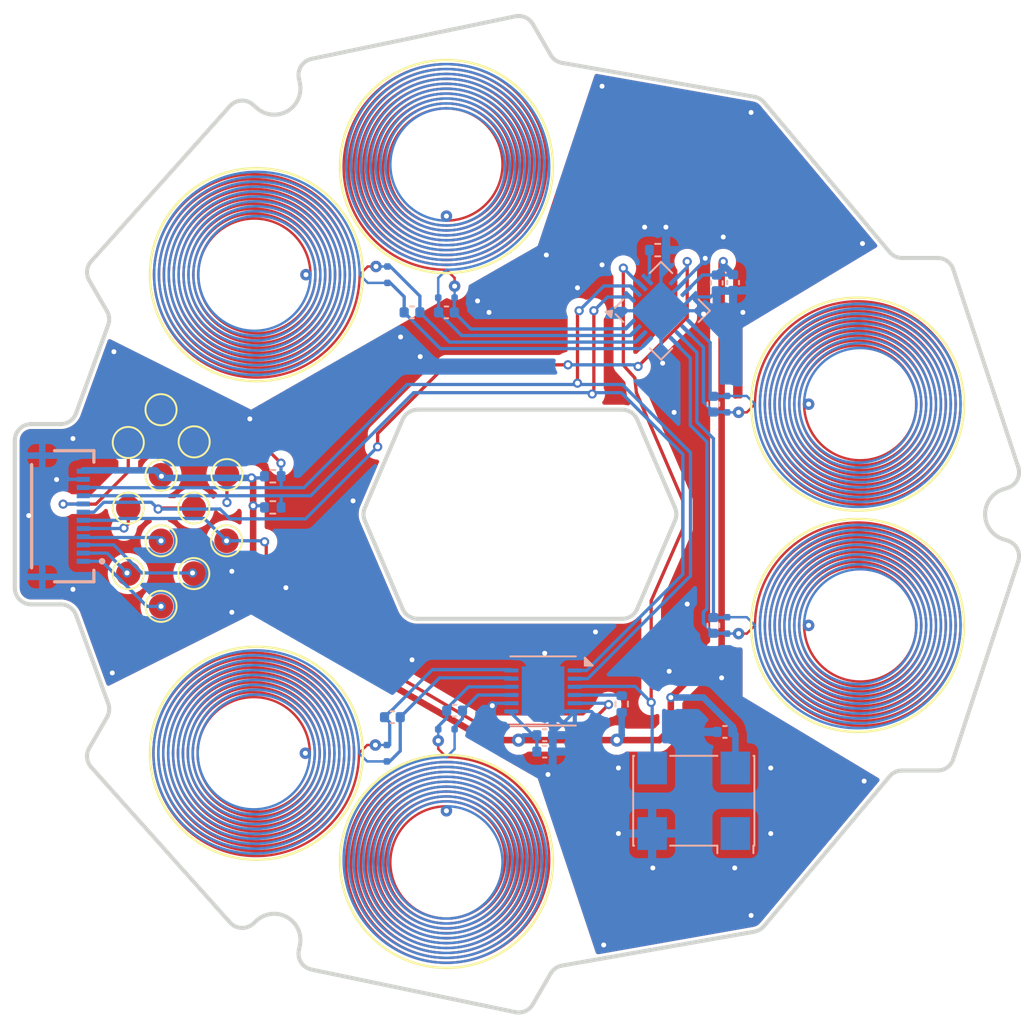
<source format=kicad_pcb>
(kicad_pcb (version 20241229) (generator "pcbnew") (generator_version "9.0")
  (layers (0 "F.Cu" signal) (2 "B.Cu" signal) (13 "F.Paste" user) (15 "B.Paste" user) (5 "F.SilkS" user "F.Silkscreen") (7 "B.SilkS" user "B.Silkscreen") (1 "F.Mask" user) (3 "B.Mask" user) (25 "Edge.Cuts" user))
  (net 0 "")
  (net 1 "GND")
  (net 2 "/GP_CE")
  (net 3 "/GPIO1")
  (net 4 "/GPIO2")
  (net 5 "/3V3")
  (net 6 "/MOSI")
  (net 7 "/MISO")
  (net 8 "/SCLK")
  (net 9 "/DR")
  (net 10 "/GPIO3")
  (net 11 "/L0B")
  (net 12 "/L0A")
  (net 13 "/L1A")
  (net 14 "/L1B")
  (net 15 "Net-(U1-ADDR)")
  (net 16 "Net-(U2-ADDR)")
  (net 17 "/SCL")
  (net 18 "/40MHZ_CLK")
  (net 19 "/SDA")
  (net 20 "/L2A")
  (net 21 "/L2B")
  (net 23 "/L3B")
  (net 24 "/L3A")
  (net 25 "/L4B")
  (net 26 "/L4A")
  (net 27 "/L5B")
  (net 28 "/L5A")
  (footprint "TestPoint:TestPoint_Pad_D1.5mm" (layer "F.Cu") (at 113.438388 88.836564 90)
    (property "Reference" "TP2" (hide yes))
    (property "Value" "GND")
  )
  (footprint "TestPoint:TestPoint_Pad_D1.5mm" (layer "F.Cu") (at 115.438388 78.836564 90)
    (property "Reference" "TP11" (hide yes))
    (property "Value" "GND")
  )
  (footprint "TestPoint:TestPoint_Pad_D1.5mm" (layer "F.Cu") (at 115.438388 90.836564 90)
    (property "Reference" "TP1" (hide yes))
    (property "Value" "GND")
  )
  (footprint "TestPoint:TestPoint_Pad_D1.5mm" (layer "F.Cu") (at 117.438388 88.836564 90)
    (property "Reference" "TP3" (hide yes))
    (property "Value" "GND")
  )
  (footprint "TestPoint:TestPoint_Pad_D1.5mm" (layer "F.Cu") (at 115.438388 82.836564 90)
    (property "Reference" "TP12" (hide yes))
    (property "Value" "GND")
  )
  (footprint "TestPoint:TestPoint_Pad_D1.5mm" (layer "F.Cu") (at 113.438388 80.836564 90)
    (property "Reference" "TP8" (hide yes))
    (property "Value" "GND")
  )
  (footprint "TestPoint:TestPoint_Pad_D1.5mm" (layer "F.Cu") (at 115.438388 86.836564 90)
    (property "Reference" "TP4" (hide yes))
    (property "Value" "GND")
  )
  (footprint "TestPoint:TestPoint_Pad_D1.5mm" (layer "F.Cu") (at 119.461512 82.797725 90)
    (property "Reference" "TP9" (hide yes))
    (property "Value" "GND")
  )
  (footprint "TestPoint:TestPoint_Pad_D1.5mm" (layer "F.Cu") (at 117.461512 80.797726 90)
    (property "Reference" "TP10" (hide yes))
    (property "Value" "GND")
  )
  (footprint "TestPoint:TestPoint_Pad_D1.5mm" (layer "F.Cu") (at 117.438388 84.836564 90)
    (property "Reference" "TP7" (hide yes))
    (property "Value" "GND")
  )
  (footprint "TestPoint:TestPoint_Pad_D1.5mm" (layer "F.Cu") (at 119.438388 86.836564 90)
    (property "Reference" "TP6" (hide yes))
    (property "Value" "GND")
  )
  (footprint "TestPoint:TestPoint_Pad_D1.5mm" (layer "F.Cu") (at 113.438388 84.836564 90)
    (property "Reference" "TP5" (hide yes))
    (property "Value" "GND")
  )
  (footprint "Capacitor_SMD:C_0402_1005Metric" (layer "B.Cu") (at 132.861512 72.897726)
    (property "Reference" "C4" (hide yes))
    (property "Value" "1n")
  )
  (footprint "Component_lib:WSON-12-1EP_4x4mm_P0.5mm_EP2.6x3mm" (layer "B.Cu") (at 138.761513 95.997725 180)
    (property "Reference" "U2" (hide yes))
    (property "Value" "LDC1612")
  )
  (footprint "Component_lib:COIL_PCB" (layer "B.Cu") (at 132.361512 106.535226 90)
    (property "Reference" "L5" (hide yes))
    (property "Value" "PCB_COIL")
  )
  (footprint "Component_lib:COIL_PCB" (layer "B.Cu") (at 121.024013 99.297726)
    (property "Reference" "L6" (hide yes))
    (property "Value" "PCB_COIL")
  )
  (footprint "Resistor_SMD:R_0402_1005Metric" (layer "B.Cu") (at 122.261513 84.797725 180)
    (property "Reference" "R3" (hide yes))
    (property "Value" "10k")
  )
  (footprint "Capacitor_SMD:C_0402_1005Metric" (layer "B.Cu") (at 129.561512 97.597726 180)
    (property "Reference" "C7" (hide yes))
    (property "Value" "1n")
  )
  (footprint "Component_lib:WQFN-16-1EP_4x4mm_P0.5mm_EP2.6x2.6mm" (layer "B.Cu") (at 145.961512 72.797725 -45)
    (property "Reference" "U1" (hide yes))
    (property "Value" "LDC1614")
  )
  (footprint "Resistor_SMD:R_0402_1005Metric" (layer "B.Cu") (at 145.761512 69.097726)
    (property "Reference" "R1" (hide yes))
    (property "Value" "5k1")
  )
  (footprint "Capacitor_SMD:C_0402_1005Metric" (layer "B.Cu") (at 149.161512 91.997726 -90)
    (property "Reference" "C2" (hide yes))
    (property "Value" "1n")
  )
  (footprint "Capacitor_SMD:C_0402_1005Metric" (layer "B.Cu") (at 149.861512 98.497726 180)
    (property "Reference" "C12" (hide yes))
    (property "Value" "10n")
  )
  (footprint "Capacitor_SMD:C_0402_1005Metric" (layer "B.Cu") (at 149.361512 71.097726 -90)
    (property "Reference" "C8" (hide yes))
    (property "Value" "10u")
  )
  (footprint "Component_lib:COIL_PCB" (layer "B.Cu") (at 158.199012 78.997725 180)
    (property "Reference" "L1" (hide yes))
    (property "Value" "PCB_COIL")
  )
  (footprint "Capacitor_SMD:C_0402_1005Metric" (layer "B.Cu") (at 150.361512 71.077725 -90)
    (property "Reference" "C9" (hide yes))
    (property "Value" "1u")
  )
  (footprint "Resistor_SMD:R_0402_1005Metric" (layer "B.Cu") (at 143.561513 96.797726 -90)
    (property "Reference" "R2" (hide yes))
    (property "Value" "5k1")
  )
  (footprint "Resistor_SMD:R_0402_1005Metric" (layer "B.Cu") (at 122.261513 82.897725 180)
    (property "Reference" "R4" (hide yes))
    (property "Value" "10k" (hide yes))
  )
  (footprint "Capacitor_SMD:C_0402_1005Metric" (layer "B.Cu") (at 133.361512 97.197725 180)
    (property "Reference" "C6" (hide yes))
    (property "Value" "1n")
  )
  (footprint "Capacitor_SMD:C_0402_1005Metric" (layer "B.Cu") (at 149.161513 78.497726 -90)
    (property "Reference" "C1" (hide yes))
    (property "Value" "1n")
  )
  (footprint "Component_lib:COIL_PCB" (layer "B.Cu") (at 121.061512 70.097726)
    (property "Reference" "L3" (hide yes))
    (property "Value" "PCB_COIL")
  )
  (footprint "Capacitor_SMD:C_0402_1005Metric" (layer "B.Cu") (at 138.861512 99.697725)
    (property "Reference" "C10" (hide yes))
    (property "Value" "10u")
  )
  (footprint "Capacitor_SMD:C_0402_1005Metric" (layer "B.Cu") (at 138.861512 98.697726)
    (property "Reference" "C11" (hide yes))
    (property "Value" "1u")
  )
  (footprint "Component_lib:GCT_FFC2B28-12-G" (layer "B.Cu") (at 109.438388 85.336563 90)
    (property "Reference" "J1" (hide yes))
    (property "Value" "FFC2B28-12-G")
  )
  (footprint "Capacitor_SMD:C_0402_1005Metric" (layer "B.Cu") (at 130.761512 72.897726)
    (property "Reference" "C3" (hide yes))
    (property "Value" "1n")
  )
  (footprint "Component_lib:COIL_PCB" (layer "B.Cu") (at 133.361512 63.797726 -90)
    (property "Reference" "L4" (hide yes))
    (property "Value" "PCB_COIL")
  )
  (footprint "Oscillator:Oscillator_SMD_Abracon_ASV-4Pin_7.0x5.1mm" (layer "B.Cu") (at 147.961513 102.697726 180)
    (property "Reference" "X1" (hide yes))
    (property "Value" "ASV-40.000MHz")
  )
  (footprint "Component_lib:COIL_PCB" (layer "B.Cu") (at 158.199012 92.497726 180)
    (property "Reference" "L2" (hide yes))
    (property "Value" "PCB_COIL")
  )
  (gr_circle (center 121.261512 99.797726) (end 114.761512 99.797726) (stroke (width 0.15)) (fill no) (layer "F.SilkS"))
  (gr_circle (center 132.861513 63.997725) (end 126.361513 63.997725) (stroke (width 0.15)) (fill no) (layer "F.SilkS"))
  (gr_circle (center 132.861512 106.397725) (end 126.361512 106.397725) (stroke (width 0.15)) (fill no) (layer "F.SilkS"))
  (gr_circle (center 157.961512 91.997726) (end 151.461513 91.997726) (stroke (width 0.15)) (fill no) (layer "F.SilkS"))
  (gr_circle (center 121.261512 70.597726) (end 114.761512 70.597726) (stroke (width 0.15)) (fill no) (layer "F.SilkS"))
  (gr_circle (center 157.961512 78.497726) (end 151.461512 78.497726) (stroke (width 0.15)) (fill no) (layer "F.SilkS"))
  (gr_line (start 123.852634 111.815585) (end 123.913907 111.522145) (stroke (width 0.25)) (layer "Edge.Cuts"))
  (gr_arc (start 121.28135 110.002238) (mid 123.14772 109.80945) (end 123.913907 111.522145) (stroke (width 0.25)) (layer "Edge.Cuts"))
  (gr_line (start 167.770085 82.338409) (end 163.799155 70.264657) (stroke (width 0.25)) (layer "Edge.Cuts"))
  (gr_arc (start 111.17515 100.647139) (mid 110.92589 100.083432) (end 111.054665 99.480677) (stroke (width 0.25)) (layer "Edge.Cuts"))
  (gr_arc (start 123.913907 58.906533) (mid 123.147706 60.619253) (end 121.28135 60.426441) (stroke (width 0.25)) (layer "Edge.Cuts"))
  (gr_arc (start 139.222258 113.242004) (mid 139.51469 112.92282) (end 139.914636 112.757195) (stroke (width 0.25)) (layer "Edge.Cuts"))
  (gr_line (start 111.054664 70.948002) (end 112.137734 72.823933) (stroke (width 0.25)) (layer "Edge.Cuts"))
  (gr_line (start 166.847806 86.734247) (end 167.132569 86.827902) (stroke (width 0.25)) (layer "Edge.Cuts"))
  (gr_line (start 139.914636 112.757195) (end 151.659025 110.686342) (stroke (width 0.25)) (layer "Edge.Cuts"))
  (gr_line (start 146.813991 84.820421) (end 144.507576 79.438786) (stroke (width 0.25)) (layer "Edge.Cuts"))
  (gr_line (start 121.28135 110.002238) (end 121.057861 110.202021) (stroke (width 0.25)) (layer "Edge.Cuts"))
  (gr_arc (start 162.849211 69.577082) (mid 163.435507 69.767047) (end 163.799155 70.264657) (stroke (width 0.25)) (layer "Edge.Cuts"))
  (gr_line (start 152.251422 110.344322) (end 159.917028 101.20881) (stroke (width 0.25)) (layer "Edge.Cuts"))
  (gr_arc (start 127.881386 85.608259) (mid 127.800531 85.21434) (end 127.881385 84.820421) (stroke (width 0.25)) (layer "Edge.Cuts"))
  (gr_line (start 107.51052 90.71434) (end 109.309761 90.71434) (stroke (width 0.25)) (layer "Edge.Cuts"))
  (gr_arc (start 112.137734 72.823933) (mid 112.267914 73.236777) (end 112.211401 73.665954) (stroke (width 0.25)) (layer "Edge.Cuts"))
  (gr_line (start 106.510519 80.714339) (end 106.510519 89.714339) (stroke (width 0.25)) (layer "Edge.Cuts"))
  (gr_line (start 160.683072 100.851597) (end 162.849211 100.851596) (stroke (width 0.25)) (layer "Edge.Cuts"))
  (gr_line (start 163.799154 100.164023) (end 167.770085 88.090271) (stroke (width 0.25)) (layer "Edge.Cuts"))
  (gr_arc (start 109.309761 90.71434) (mid 109.883365 90.895149) (end 110.249454 91.372319) (stroke (width 0.25)) (layer "Edge.Cuts"))
  (gr_arc (start 111.054664 70.948002) (mid 110.925901 70.345239) (end 111.17515 69.781541) (stroke (width 0.25)) (layer "Edge.Cuts"))
  (gr_line (start 112.211401 73.665954) (end 110.249454 79.056359) (stroke (width 0.25)) (layer "Edge.Cuts"))
  (gr_line (start 131.106945 91.595974) (end 143.588431 91.595974) (stroke (width 0.25)) (layer "Edge.Cuts"))
  (gr_arc (start 106.510519 80.714339) (mid 106.803408 80.007226) (end 107.510519 79.71434) (stroke (width 0.25)) (layer "Edge.Cuts"))
  (gr_line (start 111.17515 100.647139) (end 119.64586 110.122942) (stroke (width 0.25)) (layer "Edge.Cuts"))
  (gr_arc (start 121.057861 110.202021) (mid 120.335487 110.454945) (end 119.64586 110.122942) (stroke (width 0.25)) (layer "Edge.Cuts"))
  (gr_arc (start 107.51052 90.71434) (mid 106.803409 90.421473) (end 106.510519 89.714339) (stroke (width 0.25)) (layer "Edge.Cuts"))
  (gr_arc (start 151.659025 59.742336) (mid 151.98537 59.861128) (end 152.251421 60.084357) (stroke (width 0.25)) (layer "Edge.Cuts"))
  (gr_line (start 167.132569 83.600777) (end 166.847806 83.694433) (stroke (width 0.25)) (layer "Edge.Cuts"))
  (gr_arc (start 144.507576 90.989894) (mid 144.138891 91.430757) (end 143.588431 91.595974) (stroke (width 0.25)) (layer "Edge.Cuts"))
  (gr_arc (start 123.852634 58.613095) (mid 123.994822 57.86105) (end 124.627119 57.429806) (stroke (width 0.25)) (layer "Edge.Cuts"))
  (gr_arc (start 110.249454 79.056359) (mid 109.883331 79.533466) (end 109.309761 79.71434) (stroke (width 0.25)) (layer "Edge.Cuts"))
  (gr_line (start 159.917027 69.21987) (end 152.251421 60.084357) (stroke (width 0.25)) (layer "Edge.Cuts"))
  (gr_arc (start 166.847806 86.734247) (mid 165.747687 85.214339) (end 166.847806 83.694433) (stroke (width 0.25)) (layer "Edge.Cuts"))
  (gr_arc (start 159.917028 101.20881) (mid 160.260469 100.945325) (end 160.683072 100.851597) (stroke (width 0.25)) (layer "Edge.Cuts"))
  (gr_arc (start 119.64586 60.305736) (mid 120.335486 59.973862) (end 121.057861 60.226657) (stroke (width 0.25)) (layer "Edge.Cuts"))
  (gr_line (start 112.137734 97.604745) (end 111.054665 99.480677) (stroke (width 0.25)) (layer "Edge.Cuts"))
  (gr_line (start 127.881386 85.608259) (end 130.187801 90.989893) (stroke (width 0.25)) (layer "Edge.Cuts"))
  (gr_line (start 121.057861 60.226657) (end 121.28135 60.426441) (stroke (width 0.25)) (layer "Edge.Cuts"))
  (gr_line (start 138.139188 115.117935) (end 139.222258 113.242004) (stroke (width 0.25)) (layer "Edge.Cuts"))
  (gr_line (start 124.627119 112.998874) (end 137.068761 115.596823) (stroke (width 0.25)) (layer "Edge.Cuts"))
  (gr_arc (start 167.770085 82.338409) (mid 167.712767 83.101611) (end 167.132569 83.600777) (stroke (width 0.25)) (layer "Edge.Cuts"))
  (gr_arc (start 163.799154 100.164023) (mid 163.435593 100.661744) (end 162.849211 100.851596) (stroke (width 0.25)) (layer "Edge.Cuts"))
  (gr_line (start 162.849211 69.577082) (end 160.683072 69.577083) (stroke (width 0.25)) (layer "Edge.Cuts"))
  (gr_arc (start 131.106945 91.595974) (mid 130.556474 91.430794) (end 130.187801 90.989893) (stroke (width 0.25)) (layer "Edge.Cuts"))
  (gr_arc (start 112.211401 96.762726) (mid 112.267901 97.191898) (end 112.137734 97.604745) (stroke (width 0.25)) (layer "Edge.Cuts"))
  (gr_arc (start 137.068761 54.831857) (mid 137.681555 54.897906) (end 138.139188 55.310743) (stroke (width 0.25)) (layer "Edge.Cuts"))
  (gr_arc (start 146.813991 84.820421) (mid 146.894846 85.21434) (end 146.813992 85.608259) (stroke (width 0.25)) (layer "Edge.Cuts"))
  (gr_arc (start 152.251422 110.344322) (mid 151.985374 110.567559) (end 151.659025 110.686342) (stroke (width 0.25)) (layer "Edge.Cuts"))
  (gr_line (start 130.1878 79.438786) (end 127.881385 84.820421) (stroke (width 0.25)) (layer "Edge.Cuts"))
  (gr_line (start 151.659025 59.742336) (end 139.914636 57.671484) (stroke (width 0.25)) (layer "Edge.Cuts"))
  (gr_line (start 139.222259 57.186676) (end 138.139188 55.310743) (stroke (width 0.25)) (layer "Edge.Cuts"))
  (gr_line (start 137.068761 54.831857) (end 124.627119 57.429806) (stroke (width 0.25)) (layer "Edge.Cuts"))
  (gr_line (start 109.309761 79.71434) (end 107.510519 79.71434) (stroke (width 0.25)) (layer "Edge.Cuts"))
  (gr_line (start 144.507576 90.989894) (end 146.813992 85.608259) (stroke (width 0.25)) (layer "Edge.Cuts"))
  (gr_line (start 110.249454 91.372319) (end 112.211401 96.762726) (stroke (width 0.25)) (layer "Edge.Cuts"))
  (gr_arc (start 139.914636 57.671484) (mid 139.514709 57.505826) (end 139.222259 57.186676) (stroke (width 0.25)) (layer "Edge.Cuts"))
  (gr_arc (start 160.683072 69.577083) (mid 160.260452 69.483387) (end 159.917027 69.21987) (stroke (width 0.25)) (layer "Edge.Cuts"))
  (gr_arc (start 167.132569 86.827902) (mid 167.7128 87.327058) (end 167.770085 88.090271) (stroke (width 0.25)) (layer "Edge.Cuts"))
  (gr_arc (start 143.588431 78.832705) (mid 144.138943 78.99784) (end 144.507576 79.438786) (stroke (width 0.25)) (layer "Edge.Cuts"))
  (gr_line (start 143.588431 78.832705) (end 131.106945 78.832705) (stroke (width 0.25)) (layer "Edge.Cuts"))
  (gr_arc (start 138.139188 115.117935) (mid 137.681518 115.530688) (end 137.068761 115.596823) (stroke (width 0.25)) (layer "Edge.Cuts"))
  (gr_line (start 119.64586 60.305736) (end 111.17515 69.781541) (stroke (width 0.25)) (layer "Edge.Cuts"))
  (gr_arc (start 130.1878 79.438786) (mid 130.556419 78.997798) (end 131.106945 78.832705) (stroke (width 0.25)) (layer "Edge.Cuts"))
  (gr_arc (start 124.627119 112.998874) (mid 123.99475 112.56767) (end 123.852634 111.815585) (stroke (width 0.25)) (layer "Edge.Cuts"))
  (gr_line (start 123.913907 58.906533) (end 123.852634 58.613095) (stroke (width 0.25)) (layer "Edge.Cuts"))
  (via (at 144.961513 67.697725) (size 0.8) (drill 0.3) (layers "F.Cu" "B.Cu") (net 1))
  (via (at 142.361512 69.997726) (size 0.8) (drill 0.3) (layers "F.Cu" "B.Cu") (net 1))
  (via (at 147.561512 90.697725) (size 0.56) (drill 0.3) (layers "F.Cu" "B.Cu") (net 1))
  (via (at 110.061512 89.797725) (size 0.8) (drill 0.3) (layers "F.Cu" "B.Cu") (net 1))
  (via (at 134.761512 72.197725) (size 0.8) (drill 0.3) (layers "F.Cu" "B.Cu") (net 1))
  (via (at 158.361512 101.497726) (size 0.8) (drill 0.3) (layers "F.Cu" "B.Cu") (net 1))
  (via (at 138.961512 69.397726) (size 0.8) (drill 0.3) (layers "F.Cu" "B.Cu") (net 1))
  (via (at 119.761512 91.197726) (size 0.8) (drill 0.3) (layers "F.Cu" "B.Cu") (net 1))
  (via (at 110.061512 80.597726) (size 0.8) (drill 0.3) (layers "F.Cu" "B.Cu") (net 1))
  (via (at 141.961512 92.397725) (size 0.8) (drill 0.3) (layers "F.Cu" "B.Cu") (net 1))
  (via (at 148.661512 69.597725) (size 0.56) (drill 0.3) (layers "F.Cu" "B.Cu") (net 1))
  (via (at 148.561512 72.997725) (size 0.56) (drill 0.3) (layers "F.Cu" "B.Cu") (net 1))
  (via (at 135.461513 72.897726) (size 0.8) (drill 0.3) (layers "F.Cu" "B.Cu") (net 1))
  (via (at 151.461512 60.697725) (size 0.8) (drill 0.3) (layers "F.Cu" "B.Cu") (net 1))
  (via (at 130.761512 94.097726) (size 0.8) (drill 0.3) (layers "F.Cu" "B.Cu") (net 1))
  (via (at 131.261512 75.597726) (size 0.8) (drill 0.3) (layers "F.Cu" "B.Cu") (net 1))
  (via (at 112.561512 75.297726) (size 0.8) (drill 0.3) (layers "F.Cu" "B.Cu") (net 1))
  (via (at 127.161512 84.397725) (size 0.8) (drill 0.3) (layers "F.Cu" "B.Cu") (net 1))
  (via (at 146.761512 78.997726) (size 0.56) (drill 0.3) (layers "F.Cu" "B.Cu") (net 1))
  (via (at 149.661512 95.197725) (size 0.8) (drill 0.3) (layers "F.Cu" "B.Cu") (net 1))
  (via (at 112.461512 94.897725) (size 0.8) (drill 0.3) (layers "F.Cu" "B.Cu") (net 1))
  (via (at 107.361512 85.297726) (size 0.8) (drill 0.3) (layers "F.Cu" "B.Cu") (net 1))
  (via (at 138.861512 93.697726) (size 0.8) (drill 0.3) (layers "F.Cu" "B.Cu") (net 1))
  (via (at 152.661512 104.697725) (size 0.56) (drill 0.3) (layers "F.Cu" "B.Cu") (net 1))
  (via (at 150.961512 72.897726) (size 0.8) (drill 0.3) (layers "F.Cu" "B.Cu") (net 1))
  (via (at 150.461512 106.797725) (size 0.56) (drill 0.3) (layers "F.Cu" "B.Cu") (net 1))
  (via (at 140.861512 71.397725) (size 0.8) (drill 0.3) (layers "F.Cu" "B.Cu") (net 1))
  (via (at 130.061512 74.397725) (size 0.8) (drill 0.3) (layers "F.Cu" "B.Cu") (net 1))
  (via (at 135.661512 96.897726) (size 0.56) (drill 0.3) (layers "F.Cu" "B.Cu") (net 1))
  (via (at 143.361512 104.697725) (size 0.56) (drill 0.3) (layers "F.Cu" "B.Cu") (net 1))
  (via (at 143.361512 100.697726) (size 0.56) (drill 0.3) (layers "F.Cu" "B.Cu") (net 1))
  (via (at 142.361512 59.097726) (size 0.8) (drill 0.3) (layers "F.Cu" "B.Cu") (net 1))
  (via (at 119.761512 88.697725) (size 0.8) (drill 0.3) (layers "F.Cu" "B.Cu") (net 1))
  (via (at 146.261512 67.697726) (size 0.8) (drill 0.3) (layers "F.Cu" "B.Cu") (net 1))
  (via (at 120.861513 79.397726) (size 0.8) (drill 0.3) (layers "F.Cu" "B.Cu") (net 1))
  (via (at 146.061513 75.997726) (size 0.56) (drill 0.3) (layers "F.Cu" "B.Cu") (net 1))
  (via (at 139.061512 101.097725) (size 0.8) (drill 0.3) (layers "F.Cu" "B.Cu") (net 1))
  (via (at 142.461513 111.497725) (size 0.8) (drill 0.3) (layers "F.Cu" "B.Cu") (net 1))
  (via (at 149.761512 68.297725) (size 0.8) (drill 0.3) (layers "F.Cu" "B.Cu") (net 1))
  (via (at 152.661512 100.697726) (size 0.56) (drill 0.3) (layers "F.Cu" "B.Cu") (net 1))
  (via (at 145.461512 106.797725) (size 0.56) (drill 0.3) (layers "F.Cu" "B.Cu") (net 1))
  (via (at 146.461512 94.797726) (size 0.56) (drill 0.3) (layers "F.Cu" "B.Cu") (net 1))
  (via (at 123.061513 89.697726) (size 0.8) (drill 0.3) (layers "F.Cu" "B.Cu") (net 1))
  (via (at 158.261512 68.697726) (size 0.8) (drill 0.3) (layers "F.Cu" "B.Cu") (net 1))
  (via (at 151.461513 109.697726) (size 0.8) (drill 0.3) (layers "F.Cu" "B.Cu") (net 1))
  (via (at 109.061513 83.097725) (size 0.56) (drill 0.3) (layers "F.Cu" "B.Cu") (net 1))
  (segment (start 140.699013 97.247725) (end 141.711512 97.247725) (width 0.2) (layer "B.Cu") (net 1))
  (segment (start 136.824012 96.747725) (end 135.811513 96.747725) (width 0.2) (layer "B.Cu") (net 1))
  (segment (start 147.154755 71.250929) (end 147.108308 71.250929) (width 0.2) (layer "B.Cu") (net 1))
  (segment (start 148.261512 72.797726) (end 148.361512 72.797725) (width 0.2) (layer "B.Cu") (net 1))
  (segment (start 147.108308 71.250929) (end 145.961512 72.397725) (width 0.2) (layer "B.Cu") (net 1))
  (segment (start 139.341512 99.697726) (end 139.341512 98.697726) (width 0.2) (layer "B.Cu") (net 1))
  (segment (start 147.861861 71.958037) (end 148.461512 72.557688) (width 0.2) (layer "B.Cu") (net 1))
  (segment (start 145.961512 72.797725) (end 145.961512 75.097726) (width 0.2) (layer "B.Cu") (net 1))
  (segment (start 109.072674 83.086564) (end 109.061513 83.097725) (width 0.2) (layer "B.Cu") (net 1))
  (segment (start 145.961512 72.797725) (end 143.561512 72.797726) (width 0.2) (layer "B.Cu") (net 1))
  (segment (start 148.661512 69.697725) (end 148.661512 69.597725) (width 0.2) (layer "B.Cu") (net 1))
  (segment (start 147.022172 72.797725) (end 145.961512 72.797725) (width 0.2) (layer "B.Cu") (net 1))
  (segment (start 140.699013 97.247725) (end 140.011513 97.247725) (width 0.25) (layer "B.Cu") (net 1))
  (segment (start 147.154755 71.204482) (end 148.661512 69.697725) (width 0.2) (layer "B.Cu") (net 1))
  (segment (start 148.461512 72.997726) (end 148.561512 72.997725) (width 0.2) (layer "B.Cu") (net 1))
  (segment (start 139.341512 98.697726) (end 139.341513 98.605226) (width 0.2) (layer "B.Cu") (net 1))
  (segment (start 110.688388 83.086564) (end 109.072674 83.086564) (width 0.2) (layer "B.Cu") (net 1))
  (segment (start 145.961512 72.797725) (end 145.961512 70.597725) (width 0.2) (layer "B.Cu") (net 1))
  (segment (start 141.711512 97.247725) (end 142.161512 97.697725) (width 0.2) (layer "B.Cu") (net 1))
  (segment (start 148.981201 71.958037) (end 149.361512 71.577726) (width 0.2) (layer "B.Cu") (net 1))
  (segment (start 135.811513 96.747725) (end 135.661512 96.897726) (width 0.2) (layer "B.Cu") (net 1))
  (segment (start 145.961512 72.797725) (end 148.261512 72.797726) (width 0.2) (layer "B.Cu") (net 1))
  (segment (start 148.261512 72.797726) (end 148.461512 72.997726) (width 0.2) (layer "B.Cu") (net 1))
  (segment (start 145.961512 72.397725) (end 145.961512 72.797725) (width 0.2) (layer "B.Cu") (net 1))
  (segment (start 147.154755 71.250929) (end 147.154755 71.204482) (width 0.2) (layer "B.Cu") (net 1))
  (segment (start 140.699013 97.247725) (end 140.699012 97.960225) (width 0.25) (layer "B.Cu") (net 1))
  (segment (start 147.861861 71.958037) (end 147.022172 72.797725) (width 0.2) (layer "B.Cu") (net 1))
  (segment (start 147.861861 71.958037) (end 148.981201 71.958037) (width 0.2) (layer "B.Cu") (net 1))
  (segment (start 139.341513 98.605226) (end 140.699013 97.247725) (width 0.2) (layer "B.Cu") (net 1))
  (segment (start 110.688388 83.086564) (end 109.572674 83.086563) (width 0.2) (layer "B.Cu") (net 1))
  (segment (start 117.40035 88.836564) (end 117.361512 88.797726) (width 0.2) (layer "F.Cu") (net 2))
  (segment (start 117.438388 88.836564) (end 117.40035 88.836564) (width 0.2) (layer "F.Cu") (net 2))
  (via (at 117.361512 88.797726) (size 0.56) (drill 0.3) (layers "F.Cu" "B.Cu") (net 2))
  (segment (start 112.55035 87.086564) (end 110.688388 87.086564) (width 0.2) (layer "B.Cu") (net 2))
  (segment (start 114.261512 88.797726) (end 112.55035 87.086564) (width 0.2) (layer "B.Cu") (net 2))
  (segment (start 117.361512 88.797726) (end 114.261512 88.797726) (width 0.2) (layer "B.Cu") (net 2))
  (segment (start 142.761512 96.827725) (end 141.491512 98.097725) (width 0.2) (layer "F.Cu") (net 3))
  (segment (start 121.861512 86.997725) (end 121.761512 86.897726) (width 0.2) (layer "F.Cu") (net 3))
  (segment (start 141.491512 98.097725) (end 134.961512 98.097725) (width 0.2) (layer "F.Cu") (net 3))
  (segment (start 121.861512 90.397725) (end 121.861512 86.997725) (width 0.2) (layer "F.Cu") (net 3))
  (segment (start 134.961512 98.097725) (end 121.861512 90.397725) (width 0.2) (layer "F.Cu") (net 3))
  (via (at 142.761512 96.827725) (size 0.56) (drill 0.3) (layers "F.Cu" "B.Cu") (net 3))
  (via (at 119.438388 86.836564) (size 0.56) (drill 0.3) (layers "F.Cu" "B.Cu") (net 3))
  (via (at 121.761512 86.897726) (size 0.56) (drill 0.3) (layers "F.Cu" "B.Cu") (net 3))
  (segment (start 115.501756 85.477725) (end 115.502918 85.476563) (width 0.2) (layer "B.Cu") (net 3))
  (segment (start 110.688388 85.586564) (end 112.82243 85.586564) (width 0.2) (layer "B.Cu") (net 3))
  (segment (start 115.502918 85.476563) (end 118.078388 85.476563) (width 0.2) (layer "B.Cu") (net 3))
  (segment (start 142.681512 96.747725) (end 140.699012 96.747725) (width 0.2) (layer "B.Cu") (net 3))
  (segment (start 115.020106 85.476564) (end 115.021268 85.477726) (width 0.2) (layer "B.Cu") (net 3))
  (segment (start 115.021268 85.477726) (end 115.501756 85.477725) (width 0.2) (layer "B.Cu") (net 3))
  (segment (start 112.932431 85.476563) (end 115.020106 85.476564) (width 0.2) (layer "B.Cu") (net 3))
  (segment (start 119.438388 86.836564) (end 121.70035 86.836564) (width 0.2) (layer "B.Cu") (net 3))
  (segment (start 121.70035 86.836564) (end 121.761512 86.897726) (width 0.2) (layer "B.Cu") (net 3))
  (segment (start 112.82243 85.586564) (end 112.932431 85.476563) (width 0.2) (layer "B.Cu") (net 3))
  (segment (start 118.078388 85.476563) (end 119.438388 86.836564) (width 0.2) (layer "B.Cu") (net 3))
  (segment (start 142.761512 96.827725) (end 142.681512 96.747725) (width 0.2) (layer "B.Cu") (net 3))
  (segment (start 128.661512 80.295968) (end 132.859755 76.097725) (width 0.2) (layer "F.Cu") (net 4))
  (segment (start 144.561512 76.197726) (end 147.561512 73.197726) (width 0.2) (layer "F.Cu") (net 4))
  (segment (start 147.561512 73.197726) (end 147.561512 69.797726) (width 0.2) (layer "F.Cu") (net 4))
  (segment (start 128.661512 81.097725) (end 128.661512 80.295968) (width 0.2) (layer "F.Cu") (net 4))
  (segment (start 132.859755 76.097725) (end 140.281512 76.097725) (width 0.2) (layer "F.Cu") (net 4))
  (segment (start 115.322674 84.836563) (end 115.261512 84.897725) (width 0.2) (layer "F.Cu") (net 4))
  (segment (start 117.438388 84.836564) (end 115.322674 84.836563) (width 0.2) (layer "F.Cu") (net 4))
  (via (at 144.561512 76.197726) (size 0.56) (drill 0.3) (layers "F.Cu" "B.Cu") (net 4))
  (via (at 128.661512 81.097725) (size 0.56) (drill 0.3) (layers "F.Cu" "B.Cu") (net 4))
  (via (at 140.281512 76.097725) (size 0.56) (drill 0.3) (layers "F.Cu" "B.Cu") (net 4))
  (via (at 115.261512 84.897725) (size 0.56) (drill 0.3) (layers "F.Cu" "B.Cu") (net 4))
  (via (at 147.561512 69.797726) (size 0.56) (drill 0.3) (layers "F.Cu" "B.Cu") (net 4))
  (segment (start 124.261512 85.497726) (end 128.661512 81.097725) (width 0.2) (layer "B.Cu") (net 4))
  (segment (start 147.561512 70.137066) (end 146.801201 70.897376) (width 0.2) (layer "B.Cu") (net 4))
  (segment (start 144.461512 76.097725) (end 144.561512 76.197726) (width 0.2) (layer "B.Cu") (net 4))
  (segment (start 119.641268 85.497725) (end 124.261512 85.497726) (width 0.2) (layer "B.Cu") (net 4))
  (segment (start 115.261512 84.897725) (end 114.85035 84.486563) (width 0.2) (layer "B.Cu") (net 4))
  (segment (start 114.85035 84.486563) (end 111.938388 84.486564) (width 0.2) (layer "B.Cu") (net 4))
  (segment (start 111.938388 84.486564) (end 111.338388 85.086564) (width 0.2) (layer "B.Cu") (net 4))
  (segment (start 115.261512 84.897725) (end 119.041268 84.897725) (width 0.2) (layer "B.Cu") (net 4))
  (segment (start 147.561512 69.797726) (end 147.561512 70.137066) (width 0.2) (layer "B.Cu") (net 4))
  (segment (start 119.041268 84.897725) (end 119.641268 85.497725) (width 0.2) (layer "B.Cu") (net 4))
  (segment (start 140.281512 76.097725) (end 144.461512 76.097725) (width 0.2) (layer "B.Cu") (net 4))
  (segment (start 111.338388 85.086564) (end 110.688388 85.086564) (width 0.2) (layer "B.Cu") (net 4))
  (segment (start 149.661512 93.297725) (end 149.661512 69.897726) (width 0.4) (layer "F.Cu") (net 5))
  (segment (start 135.361512 98.997726) (end 121.061512 90.797725) (width 0.4) (layer "F.Cu") (net 5))
  (segment (start 149.661512 69.897726) (end 149.761513 69.797726) (width 0.4) (layer "F.Cu") (net 5))
  (segment (start 121.061512 90.797725) (end 121.061512 84.697726) (width 0.4) (layer "F.Cu") (net 5))
  (segment (start 115.438388 82.874602) (end 115.461512 82.897726) (width 0.2) (layer "F.Cu") (net 5))
  (segment (start 121.061512 83.097725) (end 120.961512 82.997726) (width 0.4) (layer "F.Cu") (net 5))
  (segment (start 146.561512 98.297725) (end 146.561512 96.397725) (width 0.4) (layer "F.Cu") (net 5))
  (segment (start 121.061512 84.697726) (end 121.061512 83.097725) (width 0.4) (layer "F.Cu") (net 5))
  (segment (start 143.261513 98.997726) (end 145.861512 98.997726) (width 0.4) (layer "F.Cu") (net 5))
  (segment (start 143.261513 98.997726) (end 137.261512 98.997726) (width 0.4) (layer "F.Cu") (net 5))
  (segment (start 115.438388 82.836564) (end 115.438388 82.874602) (width 0.2) (layer "F.Cu") (net 5))
  (segment (start 145.861512 98.997726) (end 146.561512 98.297725) (width 0.4) (layer "F.Cu") (net 5))
  (segment (start 137.261512 98.997726) (end 135.361512 98.997726) (width 0.4) (layer "F.Cu") (net 5))
  (segment (start 146.561512 96.397725) (end 149.661512 93.297725) (width 0.4) (layer "F.Cu") (net 5))
  (via (at 137.261512 98.997726) (size 0.8) (drill 0.4) (layers "F.Cu" "B.Cu") (net 5))
  (via (at 149.761513 69.797726) (size 0.56) (drill 0.3) (layers "F.Cu" "B.Cu") (net 5))
  (via (at 115.461512 82.897726) (size 0.56) (drill 0.3) (layers "F.Cu" "B.Cu") (net 5))
  (via (at 143.261513 98.997726) (size 0.8) (drill 0.4) (layers "F.Cu" "B.Cu") (net 5))
  (via (at 146.561512 96.397725) (size 0.56) (drill 0.3) (layers "F.Cu" "B.Cu") (net 5))
  (via (at 121.061512 84.697726) (size 0.56) (drill 0.3) (layers "F.Cu" "B.Cu") (net 5))
  (via (at 120.961512 82.997726) (size 0.56) (drill 0.3) (layers "F.Cu" "B.Cu") (net 5))
  (segment (start 148.551511 96.397725) (end 146.561512 96.397725) (width 0.4) (layer "B.Cu") (net 5))
  (segment (start 120.961512 82.997726) (end 115.561512 82.997726) (width 0.4) (layer "B.Cu") (net 5))
  (segment (start 138.381512 98.697725) (end 138.161512 98.697726) (width 0.2) (layer "B.Cu") (net 5))
  (segment (start 149.761513 69.797726) (end 149.761512 69.997726) (width 0.4) (layer "B.Cu") (net 5))
  (segment (start 149.761512 70.217725) (end 149.361512 70.617725) (width 0.4) (layer "B.Cu") (net 5))
  (segment (start 150.341512 98.497726) (end 150.341513 98.187726) (width 0.4) (layer "B.Cu") (net 5))
  (segment (start 115.561512 82.997726) (end 115.461512 82.897726) (width 0.4) (layer "B.Cu") (net 5))
  (segment (start 138.381512 99.697725) (end 138.381512 98.697725) (width 0.2) (layer "B.Cu") (net 5))
  (segment (start 136.824012 97.360225) (end 136.824013 97.247725) (width 0.2) (layer "B.Cu") (net 5))
  (segment (start 149.361512 70.617725) (end 150.341512 70.617726) (width 0.2) (layer "B.Cu") (net 5))
  (segment (start 150.341513 98.187726) (end 148.551511 96.397725) (width 0.4) (layer "B.Cu") (net 5))
  (segment (start 137.561512 98.697726) (end 137.261512 98.997726) (width 0.25) (layer "B.Cu") (net 5))
  (segment (start 150.501512 98.657725) (end 150.341512 98.497726) (width 0.4) (layer "B.Cu") (net 5))
  (segment (start 121.651512 84.697726) (end 121.061512 84.697726) (width 0.2) (layer "B.Cu") (net 5))
  (segment (start 138.381512 98.697725) (end 137.561512 98.697726) (width 0.25) (layer "B.Cu") (net 5))
  (segment (start 150.501512 100.697726) (end 150.501512 98.657725) (width 0.4) (layer "B.Cu") (net 5))
  (segment (start 149.361512 70.617725) (end 148.495065 70.617726) (width 0.2) (layer "B.Cu") (net 5))
  (segment (start 150.341512 70.617726) (end 150.361512 70.597726) (width 0.2) (layer "B.Cu") (net 5))
  (segment (start 138.161512 98.697726) (end 136.824012 97.360225) (width 0.2) (layer "B.Cu") (net 5))
  (segment (start 115.10035 82.536564) (end 110.688388 82.536563) (width 0.4) (layer "B.Cu") (net 5))
  (segment (start 121.651513 82.997726) (end 115.561512 82.997726) (width 0.2) (layer "B.Cu") (net 5))
  (segment (start 143.561513 98.697726) (end 143.261513 98.997726) (width 0.4) (layer "B.Cu") (net 5))
  (segment (start 143.561512 97.307726) (end 143.561513 98.697726) (width 0.4) (layer "B.Cu") (net 5))
  (segment (start 148.495065 70.617726) (end 147.508308 71.604482) (width 0.2) (layer "B.Cu") (net 5))
  (segment (start 121.651513 82.997726) (end 121.751512 82.897726) (width 0.2) (layer "B.Cu") (net 5))
  (segment (start 115.15035 82.586564) (end 110.688388 82.586564) (width 0.2) (layer "B.Cu") (net 5))
  (segment (start 121.751512 84.797725) (end 121.651512 84.697726) (width 0.2) (layer "B.Cu") (net 5))
  (segment (start 115.461512 82.897726) (end 115.15035 82.586564) (width 0.2) (layer "B.Cu") (net 5))
  (segment (start 149.761512 69.997726) (end 150.361512 70.597726) (width 0.4) (layer "B.Cu") (net 5))
  (segment (start 149.761513 69.797726) (end 149.761512 70.217725) (width 0.4) (layer "B.Cu") (net 5))
  (segment (start 115.461512 82.897726) (end 115.10035 82.536564) (width 0.4) (layer "B.Cu") (net 5))
  (segment (start 120.961512 82.997726) (end 121.651513 82.997726) (width 0.2) (layer "B.Cu") (net 5))
  (segment (start 113.172675 86.056564) (end 113.438388 85.79085) (width 0.2) (layer "F.Cu") (net 6))
  (segment (start 113.438388 85.79085) (end 113.438388 84.836564) (width 0.2) (layer "F.Cu") (net 6))
  (via (at 113.172675 86.056564) (size 0.56) (drill 0.3) (layers "F.Cu" "B.Cu") (net 6))
  (segment (start 113.142674 86.086564) (end 110.688388 86.086563) (width 0.2) (layer "B.Cu") (net 6))
  (segment (start 113.172675 86.056564) (end 113.142674 86.086564) (width 0.2) (layer "B.Cu") (net 6))
  (segment (start 113.438388 88.836564) (end 113.40035 88.836564) (width 0.2) (layer "F.Cu") (net 7))
  (segment (start 113.40035 88.836564) (end 113.361512 88.797726) (width 0.2) (layer "F.Cu") (net 7))
  (via (at 113.361512 88.797726) (size 0.56) (drill 0.3) (layers "F.Cu" "B.Cu") (net 7))
  (segment (start 113.361512 88.797726) (end 112.15035 87.586564) (width 0.2) (layer "B.Cu") (net 7))
  (segment (start 112.15035 87.586564) (end 110.688388 87.586564) (width 0.2) (layer "B.Cu") (net 7))
  (via (at 115.438388 90.836564) (size 0.56) (drill 0.3) (layers "F.Cu" "B.Cu") (net 8))
  (segment (start 114.580106 90.836564) (end 115.438388 90.836564) (width 0.2) (layer "B.Cu") (net 8))
  (segment (start 111.830106 88.086564) (end 114.580106 90.836564) (width 0.2) (layer "B.Cu") (net 8))
  (segment (start 110.688388 88.086563) (end 111.830106 88.086564) (width 0.2) (layer "B.Cu") (net 8))
  (via (at 115.438388 86.836564) (size 0.56) (drill 0.3) (layers "F.Cu" "B.Cu") (net 9))
  (segment (start 115.238388 86.636564) (end 115.438388 86.836564) (width 0.2) (layer "B.Cu") (net 9))
  (segment (start 110.688388 86.586563) (end 110.688388 86.624601) (width 0.2) (layer "B.Cu") (net 9))
  (segment (start 110.700351 86.636564) (end 115.238388 86.636564) (width 0.2) (layer "B.Cu") (net 9))
  (segment (start 110.688388 86.624601) (end 110.700351 86.636564) (width 0.2) (layer "B.Cu") (net 9))
  (segment (start 113.438388 80.836564) (end 113.438388 82.620849) (width 0.2) (layer "F.Cu") (net 10))
  (segment (start 111.461512 84.597725) (end 109.461512 84.597726) (width 0.2) (layer "F.Cu") (net 10))
  (segment (start 113.438388 82.620849) (end 111.461512 84.597725) (width 0.2) (layer "F.Cu") (net 10))
  (via (at 109.461512 84.597726) (size 0.56) (drill 0.3) (layers "F.Cu" "B.Cu") (net 10))
  (segment (start 110.677226 84.597725) (end 110.688388 84.586563) (width 0.2) (layer "B.Cu") (net 10))
  (segment (start 109.461512 84.597726) (end 110.677226 84.597725) (width 0.2) (layer "B.Cu") (net 10))
  (segment (start 148.551513 78.367726) (end 149.161513 78.977725) (width 0.2) (layer "B.Cu") (net 11))
  (segment (start 147.508308 73.990969) (end 148.551512 75.034173) (width 0.2) (layer "B.Cu") (net 11))
  (segment (start 149.161513 78.977725) (end 149.804013 78.977725) (width 0.2) (layer "B.Cu") (net 11))
  (segment (start 149.804013 78.977725) (end 149.824012 78.997725) (width 0.2) (layer "B.Cu") (net 11))
  (segment (start 148.551512 75.034173) (end 148.551513 78.367726) (width 0.2) (layer "B.Cu") (net 11))
  (segment (start 147.861862 73.637414) (end 148.961512 74.737065) (width 0.2) (layer "B.Cu") (net 12))
  (segment (start 149.161512 78.017725) (end 149.804012 78.017725) (width 0.2) (layer "B.Cu") (net 12))
  (segment (start 148.961512 77.817726) (end 149.161512 78.017725) (width 0.2) (layer "B.Cu") (net 12))
  (segment (start 149.804012 78.017725) (end 149.824012 77.997726) (width 0.2) (layer "B.Cu") (net 12))
  (segment (start 148.961512 74.737065) (end 148.961512 77.817726) (width 0.2) (layer "B.Cu") (net 12))
  (segment (start 148.151512 79.587725) (end 149.161513 80.597725) (width 0.2) (layer "B.Cu") (net 13))
  (segment (start 149.804013 91.517725) (end 149.824012 91.497725) (width 0.2) (layer "B.Cu") (net 13))
  (segment (start 147.154755 74.344521) (end 148.151512 75.341279) (width 0.2) (layer "B.Cu") (net 13))
  (segment (start 149.161513 80.597725) (end 149.161512 91.517726) (width 0.2) (layer "B.Cu") (net 13))
  (segment (start 149.161512 91.517726) (end 149.804013 91.517725) (width 0.2) (layer "B.Cu") (net 13))
  (segment (start 148.151512 75.341279) (end 148.151512 79.587725) (width 0.2) (layer "B.Cu") (net 13))
  (segment (start 146.801201 74.737415) (end 147.751512 75.687726) (width 0.2) (layer "B.Cu") (net 14))
  (segment (start 148.551512 91.191591) (end 148.551512 91.867725) (width 0.2) (layer "B.Cu") (net 14))
  (segment (start 146.801202 74.698075) (end 146.801201 74.737415) (width 0.2) (layer "B.Cu") (net 14))
  (segment (start 148.761512 90.981591) (end 148.551512 91.191591) (width 0.2) (layer "B.Cu") (net 14))
  (segment (start 147.751512 79.787726) (end 148.761512 80.797726) (width 0.2) (layer "B.Cu") (net 14))
  (segment (start 148.761512 80.797726) (end 148.761512 90.981591) (width 0.2) (layer "B.Cu") (net 14))
  (segment (start 148.551512 91.867725) (end 149.161512 92.477725) (width 0.2) (layer "B.Cu") (net 14))
  (segment (start 147.751512 75.687726) (end 147.751512 79.787726) (width 0.2) (layer "B.Cu") (net 14))
  (segment (start 149.804012 92.477725) (end 149.824012 92.497726) (width 0.2) (layer "B.Cu") (net 14))
  (segment (start 149.161512 92.477725) (end 149.804012 92.477725) (width 0.2) (layer "B.Cu") (net 14))
  (segment (start 145.251513 69.097725) (end 145.251513 70.767687) (width 0.2) (layer "B.Cu") (net 15))
  (segment (start 145.251513 70.767687) (end 145.121824 70.897376) (width 0.2) (layer "B.Cu") (net 15))
  (segment (start 143.521512 96.247726) (end 143.561512 96.287725) (width 0.2) (layer "B.Cu") (net 16))
  (segment (start 140.699012 96.247726) (end 143.521512 96.247726) (width 0.2) (layer "B.Cu") (net 16))
  (segment (start 119.461512 82.797725) (end 119.461513 84.497725) (width 0.2) (layer "F.Cu") (net 17))
  (segment (start 141.861512 72.797725) (end 141.861512 77.777726) (width 0.2) (layer "F.Cu") (net 17))
  (segment (start 141.861512 77.777726) (end 141.761512 77.877725) (width 0.2) (layer "F.Cu") (net 17))
  (via (at 141.861512 72.797725) (size 0.56) (drill 0.3) (layers "F.Cu" "B.Cu") (net 17))
  (via (at 119.461513 84.497725) (size 0.56) (drill 0.3) (layers "F.Cu" "B.Cu") (net 17))
  (via (at 141.761512 77.877725) (size 0.56) (drill 0.3) (layers "F.Cu" "B.Cu") (net 17))
  (segment (start 140.699012 94.747726) (end 141.421834 94.747725) (width 0.2) (layer "B.Cu") (net 17))
  (segment (start 147.297293 81.559451) (end 143.535568 77.797726) (width 0.2) (layer "B.Cu") (net 17))
  (segment (start 122.771512 84.797725) (end 122.771513 84.096563) (width 0.2) (layer "B.Cu") (net 17))
  (segment (start 122.761513 84.086563) (end 119.461512 84.086563) (width 0.2) (layer "B.Cu") (net 17))
  (segment (start 147.297294 88.872266) (end 147.297293 81.559451) (width 0.2) (layer "B.Cu") (net 17))
  (segment (start 143.535568 77.797726) (end 130.861512 77.797726) (width 0.2) (layer "B.Cu") (net 17))
  (segment (start 124.572674 84.086564) (end 122.761513 84.086563) (width 0.2) (layer "B.Cu") (net 17))
  (segment (start 119.461513 84.497725) (end 119.461512 84.086563) (width 0.2) (layer "B.Cu") (net 17))
  (segment (start 144.061163 71.958037) (end 142.701201 71.958036) (width 0.2) (layer "B.Cu") (net 17))
  (segment (start 119.461512 84.086563) (end 110.688388 84.086563) (width 0.2) (layer "B.Cu") (net 17))
  (segment (start 141.421834 94.747725) (end 147.297294 88.872266) (width 0.2) (layer "B.Cu") (net 17))
  (segment (start 142.701201 71.958036) (end 141.861512 72.797725) (width 0.2) (layer "B.Cu") (net 17))
  (segment (start 122.771513 84.096563) (end 122.761513 84.086563) (width 0.2) (layer "B.Cu") (net 17))
  (segment (start 130.861512 77.797726) (end 124.572674 84.086564) (width 0.2) (layer "B.Cu") (net 17))
  (segment (start 143.661512 70.197725) (end 143.661512 76.11797) (width 0.2) (layer "F.Cu") (net 18))
  (segment (start 145.361512 90.497725) (end 145.361512 96.697725) (width 0.2) (layer "F.Cu") (net 18))
  (segment (start 144.361512 76.897725) (end 144.461512 77.797725) (width 0.2) (layer "F.Cu") (net 18))
  (segment (start 147.297293 86.097726) (end 145.361512 90.497725) (width 0.2) (layer "F.Cu") (net 18))
  (segment (start 144.461512 77.797725) (end 147.297294 84.397726) (width 0.2) (layer "F.Cu") (net 18))
  (segment (start 143.661512 76.11797) (end 144.361512 76.897725) (width 0.2) (layer "F.Cu") (net 18))
  (segment (start 147.297294 84.397726) (end 147.297293 86.097726) (width 0.2) (layer "F.Cu") (net 18))
  (via (at 143.661512 70.197725) (size 0.56) (drill 0.3) (layers "F.Cu" "B.Cu") (net 18))
  (via (at 145.361512 96.697725) (size 0.56) (drill 0.3) (layers "F.Cu" "B.Cu") (net 18))
  (segment (start 144.381513 95.717725) (end 140.729012 95.717725) (width 0.2) (layer "B.Cu") (net 18))
  (segment (start 145.361512 96.697725) (end 144.381513 95.717725) (width 0.2) (layer "B.Cu") (net 18))
  (segment (start 144.768269 71.25093) (end 144.714716 71.250929) (width 0.2) (layer "B.Cu") (net 18))
  (segment (start 145.421512 96.757725) (end 145.361512 96.697725) (width 0.2) (layer "B.Cu") (net 18))
  (segment (start 145.421512 100.697726) (end 145.421512 96.757725) (width 0.2) (layer "B.Cu") (net 18))
  (segment (start 144.714716 71.250929) (end 143.661512 70.197725) (width 0.2) (layer "B.Cu") (net 18))
  (segment (start 140.729012 95.717725) (end 140.699012 95.747725) (width 0.2) (layer "B.Cu") (net 18))
  (segment (start 140.861512 72.897726) (end 140.861512 77.217726) (width 0.2) (layer "F.Cu") (net 19))
  (segment (start 121.461512 80.797726) (end 117.461512 80.797726) (width 0.2) (layer "F.Cu") (net 19))
  (segment (start 140.961512 72.797725) (end 140.861512 72.897726) (width 0.2) (layer "F.Cu") (net 19))
  (segment (start 122.761512 82.097726) (end 121.461512 80.797726) (width 0.2) (layer "F.Cu") (net 19))
  (via (at 122.761512 82.097726) (size 0.56) (drill 0.3) (layers "F.Cu" "B.Cu") (net 19))
  (via (at 140.861512 77.217726) (size 0.56) (drill 0.3) (layers "F.Cu" "B.Cu") (net 19))
  (via (at 140.961512 72.797725) (size 0.56) (drill 0.3) (layers "F.Cu" "B.Cu") (net 19))
  (segment (start 140.699012 95.247726) (end 141.48752 95.247726) (width 0.2) (layer "B.Cu") (net 19))
  (segment (start 122.771512 82.897725) (end 122.771513 83.507726) (width 0.2) (layer "B.Cu") (net 19))
  (segment (start 147.697293 81.393766) (end 147.697293 81.393764) (width 0.2) (layer "B.Cu") (net 19))
  (segment (start 147.761512 81.457984) (end 147.697293 81.393766) (width 0.2) (layer "B.Cu") (net 19))
  (segment (start 111.877226 83.586564) (end 110.688388 83.586564) (width 0.2) (layer "B.Cu") (net 19))
  (segment (start 144.095186 71.284952) (end 142.474285 71.284952) (width 0.2) (layer "B.Cu") (net 19))
  (segment (start 122.861512 83.597726) (end 111.888388 83.597726) (width 0.2) (layer "B.Cu") (net 19))
  (segment (start 122.761512 82.887725) (end 122.771512 82.897725) (width 0.2) (layer "B.Cu") (net 19))
  (segment (start 142.474285 71.284952) (end 140.961512 72.797725) (width 0.2) (layer "B.Cu") (net 19))
  (segment (start 147.697293 81.393764) (end 145.801253 79.497725) (width 0.2) (layer "B.Cu") (net 19))
  (segment (start 124.161513 83.597726) (end 122.861512 83.597726) (width 0.2) (layer "B.Cu") (net 19))
  (segment (start 143.601253 77.297726) (end 130.461512 77.297726) (width 0.2) (layer "B.Cu") (net 19))
  (segment (start 122.771513 83.507726) (end 122.861512 83.597726) (width 0.2) (layer "B.Cu") (net 19))
  (segment (start 147.761512 88.973733) (end 147.761512 81.457984) (width 0.2) (layer "B.Cu") (net 19))
  (segment (start 130.461512 77.297726) (end 124.161513 83.597726) (width 0.2) (layer "B.Cu") (net 19))
  (segment (start 111.888388 83.597726) (end 111.877226 83.586564) (width 0.2) (layer "B.Cu") (net 19))
  (segment (start 144.414716 71.604482) (end 144.095186 71.284952) (width 0.2) (layer "B.Cu") (net 19))
  (segment (start 145.801253 79.497725) (end 143.601253 77.297726) (width 0.2) (layer "B.Cu") (net 19))
  (segment (start 122.761512 82.097726) (end 122.761512 82.887725) (width 0.2) (layer "B.Cu") (net 19))
  (segment (start 141.48752 95.247726) (end 147.761512 88.973733) (width 0.2) (layer "B.Cu") (net 19))
  (segment (start 130.281513 72.897726) (end 132.494285 75.110498) (width 0.2) (layer "B.Cu") (net 20))
  (segment (start 144.709399 75.110498) (end 145.121823 74.698075) (width 0.2) (layer "B.Cu") (net 20))
  (segment (start 132.494285 75.110498) (end 144.709399 75.110498) (width 0.2) (layer "B.Cu") (net 20))
  (segment (start 130.281513 71.942726) (end 129.436512 71.097725) (width 0.2) (layer "B.Cu") (net 20))
  (segment (start 130.281513 72.897726) (end 130.281513 71.942726) (width 0.2) (layer "B.Cu") (net 20))
  (segment (start 144.402292 74.710499) (end 133.054285 74.710499) (width 0.2) (layer "B.Cu") (net 21))
  (segment (start 144.76827 74.344521) (end 144.402292 74.710499) (width 0.2) (layer "B.Cu") (net 21))
  (segment (start 133.054285 74.710499) (end 131.241512 72.897726) (width 0.2) (layer "B.Cu") (net 21))
  (segment (start 131.241512 71.902726) (end 129.436512 70.097726) (width 0.2) (layer "B.Cu") (net 21))
  (segment (start 131.241512 72.897726) (end 131.241512 71.902726) (width 0.2) (layer "B.Cu") (net 21))
  (segment (start 133.341512 72.192725) (end 133.361512 72.172726) (width 0.2) (layer "B.Cu") (net 23))
  (segment (start 144.061163 73.637414) (end 143.800852 73.897725) (width 0.2) (layer "B.Cu") (net 23))
  (segment (start 134.354285 73.910499) (end 133.341512 72.897726) (width 0.2) (layer "B.Cu") (net 23))
  (segment (start 143.800852 73.897725) (end 142.595827 73.897725) (width 0.2) (layer "B.Cu") (net 23))
  (segment (start 142.583054 73.910498) (end 134.354285 73.910499) (width 0.2) (layer "B.Cu") (net 23))
  (segment (start 133.341512 72.897726) (end 133.341512 72.192725) (width 0.2) (layer "B.Cu") (net 23))
  (segment (start 142.595827 73.897725) (end 142.583054 73.910498) (width 0.2) (layer "B.Cu") (net 23))
  (segment (start 144.095186 74.310498) (end 144.414716 73.990968) (width 0.2) (layer "B.Cu") (net 24))
  (segment (start 143.691263 74.310499) (end 144.095186 74.310498) (width 0.2) (layer "B.Cu") (net 24))
  (segment (start 142.748739 74.310499) (end 142.761513 74.297726) (width 0.2) (layer "B.Cu") (net 24))
  (segment (start 132.381512 72.897726) (end 133.794286 74.310499) (width 0.2) (layer "B.Cu") (net 24))
  (segment (start 132.381512 72.897726) (end 132.381512 72.192726) (width 0.2) (layer "B.Cu") (net 24))
  (segment (start 143.67849 74.297726) (end 143.691263 74.310499) (width 0.2) (layer "B.Cu") (net 24))
  (segment (start 132.381512 72.192726) (end 132.361512 72.172726) (width 0.2) (layer "B.Cu") (net 24))
  (segment (start 133.794286 74.310499) (end 142.748739 74.310499) (width 0.2) (layer "B.Cu") (net 24))
  (segment (start 142.761513 74.297726) (end 143.67849 74.297726) (width 0.2) (layer "B.Cu") (net 24))
  (segment (start 132.881513 97.197725) (end 132.881512 97.077726) (width 0.2) (layer "B.Cu") (net 25))
  (segment (start 134.211512 95.747726) (end 136.824013 95.747726) (width 0.2) (layer "B.Cu") (net 25))
  (segment (start 132.881513 97.640226) (end 132.361513 98.160226) (width 0.2) (layer "B.Cu") (net 25))
  (segment (start 132.881512 97.077726) (end 134.211512 95.747726) (width 0.2) (layer "B.Cu") (net 25))
  (segment (start 132.881513 97.197725) (end 132.881513 97.640226) (width 0.2) (layer "B.Cu") (net 25))
  (segment (start 133.841512 97.680226) (end 133.361513 98.160226) (width 0.2) (layer "B.Cu") (net 26))
  (segment (start 133.841512 97.197725) (end 133.841512 97.680226) (width 0.2) (layer "B.Cu") (net 26))
  (segment (start 134.791512 96.247725) (end 136.824013 96.247725) (width 0.2) (layer "B.Cu") (net 26))
  (segment (start 133.841512 97.197725) (end 134.791512 96.247725) (width 0.2) (layer "B.Cu") (net 26))
  (segment (start 129.437647 97.241591) (end 129.081512 97.597726) (width 0.2) (layer "B.Cu") (net 27))
  (segment (start 129.399012 97.915226) (end 129.399012 99.297726) (width 0.2) (layer "B.Cu") (net 27))
  (segment (start 136.774012 94.697725) (end 132.005378 94.697726) (width 0.2) (layer "B.Cu") (net 27))
  (segment (start 136.824013 94.747725) (end 136.774012 94.697725) (width 0.2) (layer "B.Cu") (net 27))
  (segment (start 129.081512 97.597726) (end 129.399012 97.915226) (width 0.2) (layer "B.Cu") (net 27))
  (segment (start 132.005378 94.697726) (end 129.461512 97.241592) (width 0.2) (layer "B.Cu") (net 27))
  (segment (start 129.461512 97.241592) (end 129.437647 97.241591) (width 0.2) (layer "B.Cu") (net 27))
  (segment (start 136.774012 95.197726) (end 136.824012 95.247726) (width 0.2) (layer "B.Cu") (net 28))
  (segment (start 130.041512 97.597725) (end 132.441512 95.197725) (width 0.2) (layer "B.Cu") (net 28))
  (segment (start 130.041512 99.655226) (end 129.399012 100.297726) (width 0.2) (layer "B.Cu") (net 28))
  (segment (start 130.041512 97.597725) (end 130.041512 99.655226) (width 0.2) (layer "B.Cu") (net 28))
  (segment (start 132.441512 95.197725) (end 136.774012 95.197726) (width 0.2) (layer "B.Cu") (net 28))
  (zone (net 1) (net_name "GND") (layers "F.Cu" "B.Cu") (connect_pads (clearance 0.5)) (min_thickness 0.25) (fill yes (thermal_gap 0.5) (thermal_bridge_width 0.5))
    (polygon (pts (xy 105.938388 98.836564) (xy 120.938388 91.336564) (xy 138.438388 101.336563) (xy 143.438388 116.336564) (xy 163.438388 103.836564) (xy 150.938389 96.336563) (xy 150.938388 73.836563) (xy 163.438388 66.336563) (xy 143.438388 53.836564) (xy 138.438388 68.836564) (xy 120.938388 78.836563) (xy 105.938388 71.336563)))
  )
)
</source>
